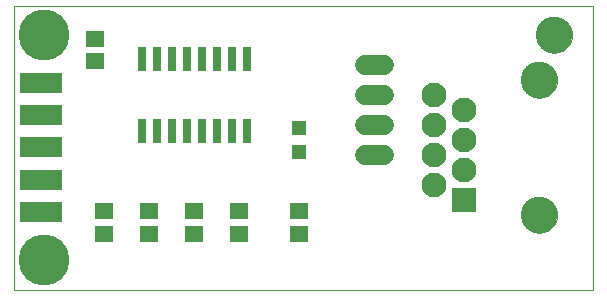
<source format=gts>
G75*
G70*
%OFA0B0*%
%FSLAX24Y24*%
%IPPOS*%
%LPD*%
%AMOC8*
5,1,8,0,0,1.08239X$1,22.5*
%
%ADD10C,0.0000*%
%ADD11C,0.1221*%
%ADD12R,0.0300X0.0840*%
%ADD13R,0.0631X0.0552*%
%ADD14R,0.0512X0.0512*%
%ADD15C,0.0827*%
%ADD16R,0.0827X0.0827*%
%ADD17R,0.1418X0.0709*%
%ADD18C,0.0680*%
%ADD19C,0.1700*%
D10*
X004680Y002050D02*
X004680Y011499D01*
X023971Y011499D01*
X023971Y002050D01*
X004680Y002050D01*
X021589Y004550D02*
X021591Y004598D01*
X021597Y004646D01*
X021607Y004693D01*
X021620Y004739D01*
X021638Y004784D01*
X021658Y004828D01*
X021683Y004870D01*
X021711Y004909D01*
X021741Y004946D01*
X021775Y004980D01*
X021812Y005012D01*
X021850Y005041D01*
X021891Y005066D01*
X021934Y005088D01*
X021979Y005106D01*
X022025Y005120D01*
X022072Y005131D01*
X022120Y005138D01*
X022168Y005141D01*
X022216Y005140D01*
X022264Y005135D01*
X022312Y005126D01*
X022358Y005114D01*
X022403Y005097D01*
X022447Y005077D01*
X022489Y005054D01*
X022529Y005027D01*
X022567Y004997D01*
X022602Y004964D01*
X022634Y004928D01*
X022664Y004890D01*
X022690Y004849D01*
X022712Y004806D01*
X022732Y004762D01*
X022747Y004717D01*
X022759Y004670D01*
X022767Y004622D01*
X022771Y004574D01*
X022771Y004526D01*
X022767Y004478D01*
X022759Y004430D01*
X022747Y004383D01*
X022732Y004338D01*
X022712Y004294D01*
X022690Y004251D01*
X022664Y004210D01*
X022634Y004172D01*
X022602Y004136D01*
X022567Y004103D01*
X022529Y004073D01*
X022489Y004046D01*
X022447Y004023D01*
X022403Y004003D01*
X022358Y003986D01*
X022312Y003974D01*
X022264Y003965D01*
X022216Y003960D01*
X022168Y003959D01*
X022120Y003962D01*
X022072Y003969D01*
X022025Y003980D01*
X021979Y003994D01*
X021934Y004012D01*
X021891Y004034D01*
X021850Y004059D01*
X021812Y004088D01*
X021775Y004120D01*
X021741Y004154D01*
X021711Y004191D01*
X021683Y004230D01*
X021658Y004272D01*
X021638Y004316D01*
X021620Y004361D01*
X021607Y004407D01*
X021597Y004454D01*
X021591Y004502D01*
X021589Y004550D01*
X021589Y009050D02*
X021591Y009098D01*
X021597Y009146D01*
X021607Y009193D01*
X021620Y009239D01*
X021638Y009284D01*
X021658Y009328D01*
X021683Y009370D01*
X021711Y009409D01*
X021741Y009446D01*
X021775Y009480D01*
X021812Y009512D01*
X021850Y009541D01*
X021891Y009566D01*
X021934Y009588D01*
X021979Y009606D01*
X022025Y009620D01*
X022072Y009631D01*
X022120Y009638D01*
X022168Y009641D01*
X022216Y009640D01*
X022264Y009635D01*
X022312Y009626D01*
X022358Y009614D01*
X022403Y009597D01*
X022447Y009577D01*
X022489Y009554D01*
X022529Y009527D01*
X022567Y009497D01*
X022602Y009464D01*
X022634Y009428D01*
X022664Y009390D01*
X022690Y009349D01*
X022712Y009306D01*
X022732Y009262D01*
X022747Y009217D01*
X022759Y009170D01*
X022767Y009122D01*
X022771Y009074D01*
X022771Y009026D01*
X022767Y008978D01*
X022759Y008930D01*
X022747Y008883D01*
X022732Y008838D01*
X022712Y008794D01*
X022690Y008751D01*
X022664Y008710D01*
X022634Y008672D01*
X022602Y008636D01*
X022567Y008603D01*
X022529Y008573D01*
X022489Y008546D01*
X022447Y008523D01*
X022403Y008503D01*
X022358Y008486D01*
X022312Y008474D01*
X022264Y008465D01*
X022216Y008460D01*
X022168Y008459D01*
X022120Y008462D01*
X022072Y008469D01*
X022025Y008480D01*
X021979Y008494D01*
X021934Y008512D01*
X021891Y008534D01*
X021850Y008559D01*
X021812Y008588D01*
X021775Y008620D01*
X021741Y008654D01*
X021711Y008691D01*
X021683Y008730D01*
X021658Y008772D01*
X021638Y008816D01*
X021620Y008861D01*
X021607Y008907D01*
X021597Y008954D01*
X021591Y009002D01*
X021589Y009050D01*
X022089Y010550D02*
X022091Y010598D01*
X022097Y010646D01*
X022107Y010693D01*
X022120Y010739D01*
X022138Y010784D01*
X022158Y010828D01*
X022183Y010870D01*
X022211Y010909D01*
X022241Y010946D01*
X022275Y010980D01*
X022312Y011012D01*
X022350Y011041D01*
X022391Y011066D01*
X022434Y011088D01*
X022479Y011106D01*
X022525Y011120D01*
X022572Y011131D01*
X022620Y011138D01*
X022668Y011141D01*
X022716Y011140D01*
X022764Y011135D01*
X022812Y011126D01*
X022858Y011114D01*
X022903Y011097D01*
X022947Y011077D01*
X022989Y011054D01*
X023029Y011027D01*
X023067Y010997D01*
X023102Y010964D01*
X023134Y010928D01*
X023164Y010890D01*
X023190Y010849D01*
X023212Y010806D01*
X023232Y010762D01*
X023247Y010717D01*
X023259Y010670D01*
X023267Y010622D01*
X023271Y010574D01*
X023271Y010526D01*
X023267Y010478D01*
X023259Y010430D01*
X023247Y010383D01*
X023232Y010338D01*
X023212Y010294D01*
X023190Y010251D01*
X023164Y010210D01*
X023134Y010172D01*
X023102Y010136D01*
X023067Y010103D01*
X023029Y010073D01*
X022989Y010046D01*
X022947Y010023D01*
X022903Y010003D01*
X022858Y009986D01*
X022812Y009974D01*
X022764Y009965D01*
X022716Y009960D01*
X022668Y009959D01*
X022620Y009962D01*
X022572Y009969D01*
X022525Y009980D01*
X022479Y009994D01*
X022434Y010012D01*
X022391Y010034D01*
X022350Y010059D01*
X022312Y010088D01*
X022275Y010120D01*
X022241Y010154D01*
X022211Y010191D01*
X022183Y010230D01*
X022158Y010272D01*
X022138Y010316D01*
X022120Y010361D01*
X022107Y010407D01*
X022097Y010454D01*
X022091Y010502D01*
X022089Y010550D01*
D11*
X022680Y010550D03*
X022180Y009050D03*
X022180Y004550D03*
D12*
X012430Y007340D03*
X011930Y007340D03*
X011430Y007340D03*
X010930Y007340D03*
X010430Y007340D03*
X009930Y007340D03*
X009430Y007340D03*
X008930Y007340D03*
X008930Y009760D03*
X009430Y009760D03*
X009930Y009760D03*
X010430Y009760D03*
X010930Y009760D03*
X011430Y009760D03*
X011930Y009760D03*
X012430Y009760D03*
D13*
X007380Y009676D03*
X007380Y010424D03*
X007680Y004674D03*
X007680Y003926D03*
X009180Y003926D03*
X009180Y004674D03*
X010680Y004674D03*
X010680Y003926D03*
X012180Y003926D03*
X012180Y004674D03*
X014180Y004674D03*
X014180Y003926D03*
D14*
X014180Y006637D03*
X014180Y007463D03*
D15*
X018680Y007550D03*
X019680Y007050D03*
X018680Y006550D03*
X019680Y006050D03*
X018680Y005550D03*
X019680Y008050D03*
X018680Y008550D03*
D16*
X019680Y005050D03*
D17*
X005560Y004640D03*
X005560Y005720D03*
X005560Y006800D03*
X005560Y007880D03*
X005560Y008960D03*
D18*
X016360Y008550D02*
X017000Y008550D01*
X017000Y007550D02*
X016360Y007550D01*
X016360Y006550D02*
X017000Y006550D01*
X017000Y009550D02*
X016360Y009550D01*
D19*
X005680Y010550D03*
X005680Y003050D03*
M02*

</source>
